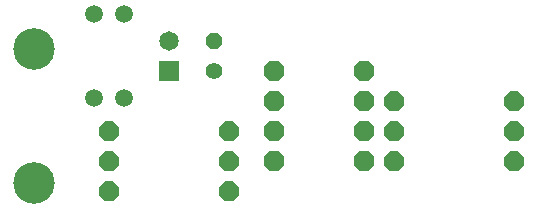
<source format=gbl>
G75*
%MOIN*%
%OFA0B0*%
%FSLAX24Y24*%
%IPPOS*%
%LPD*%
%AMOC8*
5,1,8,0,0,1.08239X$1,22.5*
%
%ADD10C,0.0594*%
%ADD11OC8,0.0660*%
%ADD12OC8,0.0560*%
%ADD13C,0.0560*%
%ADD14R,0.0650X0.0650*%
%ADD15C,0.0650*%
%ADD16C,0.1384*%
%ADD17OC8,0.0680*%
D10*
X009015Y004890D03*
X010015Y004890D03*
X010015Y007690D03*
X009015Y007690D03*
D11*
X019015Y004790D03*
X019015Y003790D03*
X019015Y002790D03*
X023015Y002790D03*
X023015Y003790D03*
X023015Y004790D03*
X013515Y003790D03*
X013515Y002790D03*
X013515Y001790D03*
X009515Y001790D03*
X009515Y002790D03*
X009515Y003790D03*
D12*
X013015Y006790D03*
D13*
X013015Y005790D03*
D14*
X011515Y005790D03*
D15*
X011515Y006790D03*
D16*
X007015Y002046D03*
X007015Y006534D03*
D17*
X015015Y005790D03*
X018015Y005790D03*
X018015Y004790D03*
X015015Y004790D03*
X015015Y003790D03*
X018015Y003790D03*
X018015Y002790D03*
X015015Y002790D03*
M02*

</source>
